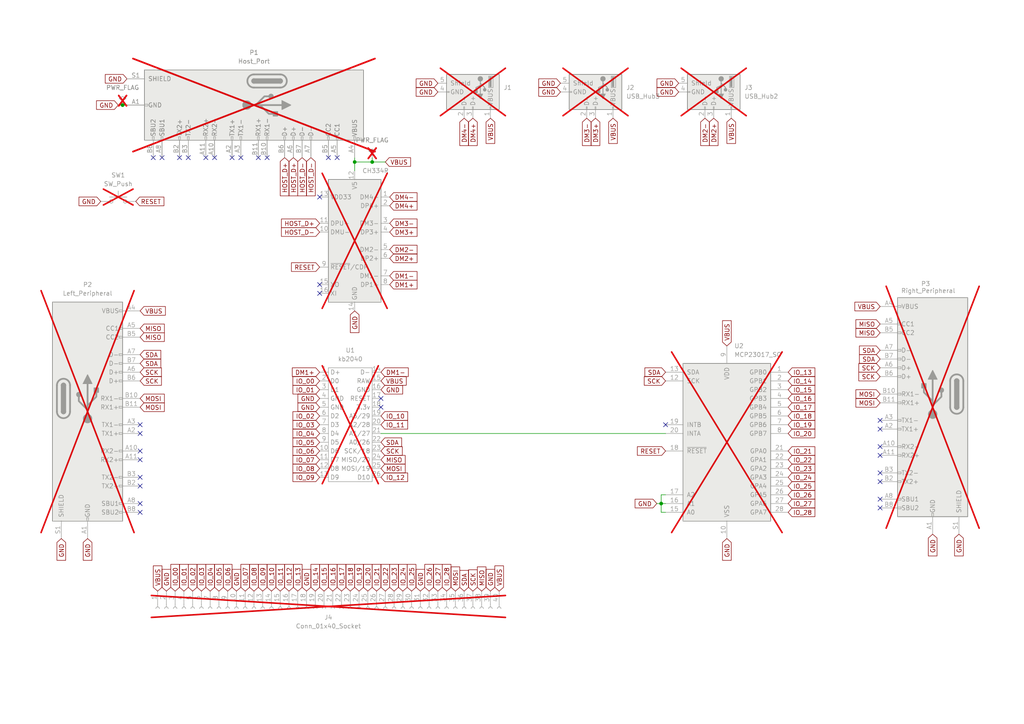
<source format=kicad_sch>
(kicad_sch (version 20250114) (generator "eeschema") (generator_version "9.0")
  (paper "A4")
  (lib_symbols
    (symbol "Connector:Conn_01x40_Socket" (pin_names (offset 1.016) (hide yes))
      (property "Reference" "J" (at 0 50.8 0))
      (property "Value" "Conn_01x40_Socket" (at 0 -53.34 0))
      (symbol "Conn_01x40_Socket_1_1"
        (polyline (pts (xy -1.27 48.26) (xy -0.508 48.26)) (stroke (width 0.1524)))
        (polyline (pts (xy -1.27 45.72) (xy -0.508 45.72)) (stroke (width 0.1524)))
        (polyline (pts (xy -1.27 43.18) (xy -0.508 43.18)) (stroke (width 0.1524)))
        (polyline (pts (xy -1.27 40.64) (xy -0.508 40.64)) (stroke (width 0.1524)))
        (polyline (pts (xy -1.27 38.1) (xy -0.508 38.1)) (stroke (width 0.1524)))
        (polyline (pts (xy -1.27 35.56) (xy -0.508 35.56)) (stroke (width 0.1524)))
        (polyline (pts (xy -1.27 33.02) (xy -0.508 33.02)) (stroke (width 0.1524)))
        (polyline (pts (xy -1.27 30.48) (xy -0.508 30.48)) (stroke (width 0.1524)))
        (polyline (pts (xy -1.27 27.94) (xy -0.508 27.94)) (stroke (width 0.1524)))
        (polyline (pts (xy -1.27 25.4) (xy -0.508 25.4)) (stroke (width 0.1524)))
        (polyline (pts (xy -1.27 22.86) (xy -0.508 22.86)) (stroke (width 0.1524)))
        (polyline (pts (xy -1.27 20.32) (xy -0.508 20.32)) (stroke (width 0.1524)))
        (polyline (pts (xy -1.27 17.78) (xy -0.508 17.78)) (stroke (width 0.1524)))
        (polyline (pts (xy -1.27 15.24) (xy -0.508 15.24)) (stroke (width 0.1524)))
        (polyline (pts (xy -1.27 12.7) (xy -0.508 12.7)) (stroke (width 0.1524)))
        (polyline (pts (xy -1.27 10.16) (xy -0.508 10.16)) (stroke (width 0.1524)))
        (polyline (pts (xy -1.27 7.62) (xy -0.508 7.62)) (stroke (width 0.1524)))
        (polyline (pts (xy -1.27 5.08) (xy -0.508 5.08)) (stroke (width 0.1524)))
        (polyline (pts (xy -1.27 2.54) (xy -0.508 2.54)) (stroke (width 0.1524)))
        (polyline (pts (xy -1.27 0) (xy -0.508 0)) (stroke (width 0.1524)))
        (polyline (pts (xy -1.27 -2.54) (xy -0.508 -2.54)) (stroke (width 0.1524)))
        (polyline (pts (xy -1.27 -5.08) (xy -0.508 -5.08)) (stroke (width 0.1524)))
        (polyline (pts (xy -1.27 -7.62) (xy -0.508 -7.62)) (stroke (width 0.1524)))
        (polyline (pts (xy -1.27 -10.16) (xy -0.508 -10.16)) (stroke (width 0.1524)))
        (polyline (pts (xy -1.27 -12.7) (xy -0.508 -12.7)) (stroke (width 0.1524)))
        (polyline (pts (xy -1.27 -15.24) (xy -0.508 -15.24)) (stroke (width 0.1524)))
        (polyline (pts (xy -1.27 -17.78) (xy -0.508 -17.78)) (stroke (width 0.1524)))
        (polyline (pts (xy -1.27 -20.32) (xy -0.508 -20.32)) (stroke (width 0.1524)))
        (polyline (pts (xy -1.27 -22.86) (xy -0.508 -22.86)) (stroke (width 0.1524)))
        (polyline (pts (xy -1.27 -25.4) (xy -0.508 -25.4)) (stroke (width 0.1524)))
        (polyline (pts (xy -1.27 -27.94) (xy -0.508 -27.94)) (stroke (width 0.1524)))
        (polyline (pts (xy -1.27 -30.48) (xy -0.508 -30.48)) (stroke (width 0.1524)))
        (polyline (pts (xy -1.27 -33.02) (xy -0.508 -33.02)) (stroke (width 0.1524)))
        (polyline (pts (xy -1.27 -35.56) (xy -0.508 -35.56)) (stroke (width 0.1524)))
        (polyline (pts (xy -1.27 -38.1) (xy -0.508 -38.1)) (stroke (width 0.1524)))
        (polyline (pts (xy -1.27 -40.64) (xy -0.508 -40.64)) (stroke (width 0.1524)))
        (polyline (pts (xy -1.27 -43.18) (xy -0.508 -43.18)) (stroke (width 0.1524)))
        (polyline (pts (xy -1.27 -45.72) (xy -0.508 -45.72)) (stroke (width 0.1524)))
        (polyline (pts (xy -1.27 -48.26) (xy -0.508 -48.26)) (stroke (width 0.1524)))
        (polyline (pts (xy -1.27 -50.8) (xy -0.508 -50.8)) (stroke (width 0.1524)))
        (arc (start 0 47.752) (mid -0.5058 48.26) (end 0 48.768) (stroke (width 0.1524)))
        (arc (start 0 45.212) (mid -0.5058 45.72) (end 0 46.228) (stroke (width 0.1524)))
        (arc (start 0 42.672) (mid -0.5058 43.18) (end 0 43.688) (stroke (width 0.1524)))
        (arc (start 0 40.132) (mid -0.5058 40.64) (end 0 41.148) (stroke (width 0.1524)))
        (arc (start 0 37.592) (mid -0.5058 38.1) (end 0 38.608) (stroke (width 0.1524)))
        (arc (start 0 35.052) (mid -0.5058 35.56) (end 0 36.068) (stroke (width 0.1524)))
        (arc (start 0 32.512) (mid -0.5058 33.02) (end 0 33.528) (stroke (width 0.1524)))
        (arc (start 0 29.972) (mid -0.5058 30.48) (end 0 30.988) (stroke (width 0.1524)))
        (arc (start 0 27.432) (mid -0.5058 27.94) (end 0 28.448) (stroke (width 0.1524)))
        (arc (start 0 24.892) (mid -0.5058 25.4) (end 0 25.908) (stroke (width 0.1524)))
        (arc (start 0 22.352) (mid -0.5058 22.86) (end 0 23.368) (stroke (width 0.1524)))
        (arc (start 0 19.812) (mid -0.5058 20.32) (end 0 20.828) (stroke (width 0.1524)))
        (arc (start 0 17.272) (mid -0.5058 17.78) (end 0 18.288) (stroke (width 0.1524)))
        (arc (start 0 14.732) (mid -0.5058 15.24) (end 0 15.748) (stroke (width 0.1524)))
        (arc (start 0 12.192) (mid -0.5058 12.7) (end 0 13.208) (stroke (width 0.1524)))
        (arc (start 0 9.652) (mid -0.5058 10.16) (end 0 10.668) (stroke (width 0.1524)))
        (arc (start 0 7.112) (mid -0.5058 7.62) (end 0 8.128) (stroke (width 0.1524)))
        (arc (start 0 4.572) (mid -0.5058 5.08) (end 0 5.588) (stroke (width 0.1524)))
        (arc (start 0 2.032) (mid -0.5058 2.54) (end 0 3.048) (stroke (width 0.1524)))
        (arc (start 0 -0.508) (mid -0.5058 0) (end 0 0.508) (stroke (width 0.1524)))
        (arc (start 0 -3.048) (mid -0.5058 -2.54) (end 0 -2.032) (stroke (width 0.1524)))
        (arc (start 0 -5.588) (mid -0.5058 -5.08) (end 0 -4.572) (stroke (width 0.1524)))
        (arc (start 0 -8.128) (mid -0.5058 -7.62) (end 0 -7.112) (stroke (width 0.1524)))
        (arc (start 0 -10.668) (mid -0.5058 -10.16) (end 0 -9.652) (stroke (width 0.1524)))
        (arc (start 0 -13.208) (mid -0.5058 -12.7) (end 0 -12.192) (stroke (width 0.1524)))
        (arc (start 0 -15.748) (mid -0.5058 -15.24) (end 0 -14.732) (stroke (width 0.1524)))
        (arc (start 0 -18.288) (mid -0.5058 -17.78) (end 0 -17.272) (stroke (width 0.1524)))
        (arc (start 0 -20.828) (mid -0.5058 -20.32) (end 0 -19.812) (stroke (width 0.1524)))
        (arc (start 0 -23.368) (mid -0.5058 -22.86) (end 0 -22.352) (stroke (width 0.1524)))
        (arc (start 0 -25.908) (mid -0.5058 -25.4) (end 0 -24.892) (stroke (width 0.1524)))
        (arc (start 0 -28.448) (mid -0.5058 -27.94) (end 0 -27.432) (stroke (width 0.1524)))
        (arc (start 0 -30.988) (mid -0.5058 -30.48) (end 0 -29.972) (stroke (width 0.1524)))
        (arc (start 0 -33.528) (mid -0.5058 -33.02) (end 0 -32.512) (stroke (width 0.1524)))
        (arc (start 0 -36.068) (mid -0.5058 -35.56) (end 0 -35.052) (stroke (width 0.1524)))
        (arc (start 0 -38.608) (mid -0.5058 -38.1) (end 0 -37.592) (stroke (width 0.1524)))
        (arc (start 0 -41.148) (mid -0.5058 -40.64) (end 0 -40.132) (stroke (width 0.1524)))
        (arc (start 0 -43.688) (mid -0.5058 -43.18) (end 0 -42.672) (stroke (width 0.1524)))
        (arc (start 0 -46.228) (mid -0.5058 -45.72) (end 0 -45.212) (stroke (width 0.1524)))
        (arc (start 0 -48.768) (mid -0.5058 -48.26) (end 0 -47.752) (stroke (width 0.1524)))
        (arc (start 0 -51.308) (mid -0.5058 -50.8) (end 0 -50.292) (stroke (width 0.1524)))
        (pin passive line (at -5.08 48.26 0) (length 3.81) (name "Pin_1") (number "1"))
        (pin passive line (at -5.08 45.72 0) (length 3.81) (name "Pin_2") (number "2"))
        (pin passive line (at -5.08 43.18 0) (length 3.81) (name "Pin_3") (number "3"))
        (pin passive line (at -5.08 40.64 0) (length 3.81) (name "Pin_4") (number "4"))
        (pin passive line (at -5.08 38.1 0) (length 3.81) (name "Pin_5") (number "5"))
        (pin passive line (at -5.08 35.56 0) (length 3.81) (name "Pin_6") (number "6"))
        (pin passive line (at -5.08 33.02 0) (length 3.81) (name "Pin_7") (number "7"))
        (pin passive line (at -5.08 30.48 0) (length 3.81) (name "Pin_8") (number "8"))
        (pin passive line (at -5.08 27.94 0) (length 3.81) (name "Pin_9") (number "9"))
        (pin passive line (at -5.08 25.4 0) (length 3.81) (name "Pin_10") (number "10"))
        (pin passive line (at -5.08 22.86 0) (length 3.81) (name "Pin_11") (number "11"))
        (pin passive line (at -5.08 20.32 0) (length 3.81) (name "Pin_12") (number "12"))
        (pin passive line (at -5.08 17.78 0) (length 3.81) (name "Pin_13") (number "13"))
        (pin passive line (at -5.08 15.24 0) (length 3.81) (name "Pin_14") (number "14"))
        (pin passive line (at -5.08 12.7 0) (length 3.81) (name "Pin_15") (number "15"))
        (pin passive line (at -5.08 10.16 0) (length 3.81) (name "Pin_16") (number "16"))
        (pin passive line (at -5.08 7.62 0) (length 3.81) (name "Pin_17") (number "17"))
        (pin passive line (at -5.08 5.08 0) (length 3.81) (name "Pin_18") (number "18"))
        (pin passive line (at -5.08 2.54 0) (length 3.81) (name "Pin_19") (number "19"))
        (pin passive line (at -5.08 0 0) (length 3.81) (name "Pin_20") (number "20"))
        (pin passive line (at -5.08 -2.54 0) (length 3.81) (name "Pin_21") (number "21"))
        (pin passive line (at -5.08 -5.08 0) (length 3.81) (name "Pin_22") (number "22"))
        (pin passive line (at -5.08 -7.62 0) (length 3.81) (name "Pin_23") (number "23"))
        (pin passive line (at -5.08 -10.16 0) (length 3.81) (name "Pin_24") (number "24"))
        (pin passive line (at -5.08 -12.7 0) (length 3.81) (name "Pin_25") (number "25"))
        (pin passive line (at -5.08 -15.24 0) (length 3.81) (name "Pin_26") (number "26"))
        (pin passive line (at -5.08 -17.78 0) (length 3.81) (name "Pin_27") (number "27"))
        (pin passive line (at -5.08 -20.32 0) (length 3.81) (name "Pin_28") (number "28"))
        (pin passive line (at -5.08 -22.86 0) (length 3.81) (name "Pin_29") (number "29"))
        (pin passive line (at -5.08 -25.4 0) (length 3.81) (name "Pin_30") (number "30"))
        (pin passive line (at -5.08 -27.94 0) (length 3.81) (name "Pin_31") (number "31"))
        (pin passive line (at -5.08 -30.48 0) (length 3.81) (name "Pin_32") (number "32"))
        (pin passive line (at -5.08 -33.02 0) (length 3.81) (name "Pin_33") (number "33"))
        (pin passive line (at -5.08 -35.56 0) (length 3.81) (name "Pin_34") (number "34"))
        (pin passive line (at -5.08 -38.1 0) (length 3.81) (name "Pin_35") (number "35"))
        (pin passive line (at -5.08 -40.64 0) (length 3.81) (name "Pin_36") (number "36"))
        (pin passive line (at -5.08 -43.18 0) (length 3.81) (name "Pin_37") (number "37"))
        (pin passive line (at -5.08 -45.72 0) (length 3.81) (name "Pin_38") (number "38"))
        (pin passive line (at -5.08 -48.26 0) (length 3.81) (name "Pin_39") (number "39"))
        (pin passive line (at -5.08 -50.8 0) (length 3.81) (name "Pin_40") (number "40"))
      )
    )
    (symbol "Connector:USB_A" (pin_names (offset 1.016))
      (property "Reference" "J" (at -5.08 11.43 0))
      (property "Value" "USB_A" (at -5.08 8.89 0))
      (symbol "USB_A_0_1"
        (rectangle (start -5.08 -7.62) (end 5.08 7.62) (stroke (width 0.254)) (fill (type background)))
        (circle (center -3.81 2.159) (radius 0.635) (stroke (width 0.254)) (fill (type outline)))
        (polyline (pts (xy -3.175 2.159) (xy -2.54 2.159) (xy -1.27 3.429) (xy -0.635 3.429)) (stroke (width 0.254)))
        (polyline (pts (xy -2.54 2.159) (xy -1.905 2.159) (xy -1.27 0.889) (xy 0 0.889)) (stroke (width 0.254)))
        (rectangle (start -1.524 4.826) (end -4.318 5.334) (fill (type outline)))
        (rectangle (start -1.27 4.572) (end -4.572 5.842))
        (circle (center -0.635 3.429) (radius 0.381) (stroke (width 0.254)) (fill (type outline)))
        (rectangle (start -0.127 -7.62) (end 0.127 -6.858))
        (rectangle (start 0.254 1.27) (end -0.508 0.508) (stroke (width 0.254)) (fill (type outline)))
        (polyline (pts (xy 0.635 2.794) (xy 0.635 1.524) (xy 1.905 2.159) (xy 0.635 2.794)) (stroke (width 0.254)) (fill (type outline)))
        (rectangle (start 5.08 4.953) (end 4.318 5.207))
        (rectangle (start 5.08 -0.127) (end 4.318 0.127))
        (rectangle (start 5.08 -2.667) (end 4.318 -2.413))
      )
      (symbol "USB_A_1_1"
        (polyline (pts (xy -1.905 2.159) (xy 0.635 2.159)) (stroke (width 0.254)))
        (pin passive line (at -2.54 -10.16 90) (length 2.54) (name "Shield") (number "5"))
        (pin power_in line (at 0 -10.16 90) (length 2.54) (name "GND") (number "4"))
        (pin power_in line (at 7.62 5.08 180) (length 2.54) (name "VBUS") (number "1"))
        (pin bidirectional line (at 7.62 0 180) (length 2.54) (name "D+") (number "3"))
        (pin bidirectional line (at 7.62 -2.54 180) (length 2.54) (name "D-") (number "2"))
      )
    )
    (symbol "Connector:USB_C_Receptacle" (pin_names (offset 1.016))
      (property "Reference" "J" (at -10.16 29.21 0))
      (property "Value" "USB_C_Receptacle" (at 10.16 29.21 0))
      (symbol "USB_C_Receptacle_0_0"
        (rectangle (start -0.254 -35.56) (end 0.254 -34.544))
        (rectangle (start 10.16 25.654) (end 9.144 25.146))
        (rectangle (start 10.16 20.574) (end 9.144 20.066))
        (rectangle (start 10.16 18.034) (end 9.144 17.526))
        (rectangle (start 10.16 12.954) (end 9.144 12.446))
        (rectangle (start 10.16 10.414) (end 9.144 9.906))
        (rectangle (start 10.16 7.874) (end 9.144 7.366))
        (rectangle (start 10.16 5.334) (end 9.144 4.826))
        (rectangle (start 10.16 0.254) (end 9.144 -0.254))
        (rectangle (start 10.16 -2.286) (end 9.144 -2.794))
        (rectangle (start 10.16 -7.366) (end 9.144 -7.874))
        (rectangle (start 10.16 -9.906) (end 9.144 -10.414))
        (rectangle (start 10.16 -14.986) (end 9.144 -15.494))
        (rectangle (start 10.16 -17.526) (end 9.144 -18.034))
        (rectangle (start 10.16 -22.606) (end 9.144 -23.114))
        (rectangle (start 10.16 -25.146) (end 9.144 -25.654))
        (rectangle (start 10.16 -30.226) (end 9.144 -30.734))
        (rectangle (start 10.16 -32.766) (end 9.144 -33.274))
      )
      (symbol "USB_C_Receptacle_0_1"
        (rectangle (start -10.16 27.94) (end 10.16 -35.56) (stroke (width 0.254)) (fill (type background)))
        (polyline (pts (xy -8.89 -3.81) (xy -8.89 3.81)) (stroke (width 0.508)))
        (rectangle (start -7.62 -3.81) (end -6.35 3.81) (stroke (width 0.254)) (fill (type outline)))
        (arc (start -7.62 3.81) (mid -6.985 4.4423) (end -6.35 3.81) (stroke (width 0.254)))
        (arc (start -7.62 3.81) (mid -6.985 4.4423) (end -6.35 3.81) (stroke (width 0.254)) (fill (type outline)))
        (arc (start -8.89 3.81) (mid -6.985 5.7067) (end -5.08 3.81) (stroke (width 0.508)))
        (arc (start -5.08 -3.81) (mid -6.985 -5.7067) (end -8.89 -3.81) (stroke (width 0.508)))
        (arc (start -6.35 -3.81) (mid -6.985 -4.4423) (end -7.62 -3.81) (stroke (width 0.254)))
        (arc (start -6.35 -3.81) (mid -6.985 -4.4423) (end -7.62 -3.81) (stroke (width 0.254)) (fill (type outline)))
        (polyline (pts (xy -5.08 3.81) (xy -5.08 -3.81)) (stroke (width 0.508)))
      )
      (symbol "USB_C_Receptacle_1_1"
        (circle (center -2.54 1.143) (radius 0.635) (stroke (width 0.254)) (fill (type outline)))
        (polyline (pts (xy -1.27 4.318) (xy 0 6.858) (xy 1.27 4.318) (xy -1.27 4.318)) (stroke (width 0.254)) (fill (type outline)))
        (polyline (pts (xy 0 -2.032) (xy 2.54 0.508) (xy 2.54 1.778)) (stroke (width 0.508)))
        (polyline (pts (xy 0 -3.302) (xy -2.54 -0.762) (xy -2.54 0.508)) (stroke (width 0.508)))
        (polyline (pts (xy 0 -5.842) (xy 0 4.318)) (stroke (width 0.508)))
        (circle (center 0 -5.842) (radius 1.27) (fill (type outline)))
        (rectangle (start 1.905 1.778) (end 3.175 3.048) (stroke (width 0.254)) (fill (type outline)))
        (pin passive line (at -7.62 -40.64 90) (length 5.08) (name "SHIELD") (number "S1"))
        (pin passive line (at 0 -40.64 90) (length 5.08) (name "GND") (number "A1"))
        (pin passive line (at 0 -40.64 90) (length 5.08) (hide yes) (name "GND") (number "A12"))
        (pin passive line (at 0 -40.64 90) (length 5.08) (hide yes) (name "GND") (number "B1"))
        (pin passive line (at 0 -40.64 90) (length 5.08) (hide yes) (name "GND") (number "B12"))
        (pin passive line (at 15.24 25.4 180) (length 5.08) (name "VBUS") (number "A4"))
        (pin passive line (at 15.24 25.4 180) (length 5.08) (hide yes) (name "VBUS") (number "A9"))
        (pin passive line (at 15.24 25.4 180) (length 5.08) (hide yes) (name "VBUS") (number "B4"))
        (pin passive line (at 15.24 25.4 180) (length 5.08) (hide yes) (name "VBUS") (number "B9"))
        (pin bidirectional line (at 15.24 20.32 180) (length 5.08) (name "CC1") (number "A5"))
        (pin bidirectional line (at 15.24 17.78 180) (length 5.08) (name "CC2") (number "B5"))
        (pin bidirectional line (at 15.24 12.7 180) (length 5.08) (name "D-") (number "A7"))
        (pin bidirectional line (at 15.24 10.16 180) (length 5.08) (name "D-") (number "B7"))
        (pin bidirectional line (at 15.24 7.62 180) (length 5.08) (name "D+") (number "A6"))
        (pin bidirectional line (at 15.24 5.08 180) (length 5.08) (name "D+") (number "B6"))
        (pin bidirectional line (at 15.24 0 180) (length 5.08) (name "RX1-") (number "B10"))
        (pin bidirectional line (at 15.24 -2.54 180) (length 5.08) (name "RX1+") (number "B11"))
        (pin bidirectional line (at 15.24 -7.62 180) (length 5.08) (name "TX1-") (number "A3"))
        (pin bidirectional line (at 15.24 -10.16 180) (length 5.08) (name "TX1+") (number "A2"))
        (pin bidirectional line (at 15.24 -15.24 180) (length 5.08) (name "RX2-") (number "A10"))
        (pin bidirectional line (at 15.24 -17.78 180) (length 5.08) (name "RX2+") (number "A11"))
        (pin bidirectional line (at 15.24 -22.86 180) (length 5.08) (name "TX2-") (number "B3"))
        (pin bidirectional line (at 15.24 -25.4 180) (length 5.08) (name "TX2+") (number "B2"))
        (pin bidirectional line (at 15.24 -30.48 180) (length 5.08) (name "SBU1") (number "A8"))
        (pin bidirectional line (at 15.24 -33.02 180) (length 5.08) (name "SBU2") (number "B8"))
      )
    )
    (symbol "Interface_Expansion:MCP23017_SO" (pin_names (offset 1.016))
      (property "Reference" "U" (at -11.43 24.13 0))
      (property "Value" "MCP23017_SO" (at 0 0 0))
      (symbol "MCP23017_SO_0_1"
        (rectangle (start -12.7 22.86) (end 12.7 -22.86) (stroke (width 0.254)) (fill (type background)))
      )
      (symbol "MCP23017_SO_1_1"
        (pin bidirectional line (at -17.78 20.32 0) (length 5.08) (name "SDA") (number "13"))
        (pin input line (at -17.78 17.78 0) (length 5.08) (name "SCK") (number "12"))
        (pin tri_state line (at -17.78 5.08 0) (length 5.08) (name "INTB") (number "19"))
        (pin tri_state line (at -17.78 2.54 0) (length 5.08) (name "INTA") (number "20"))
        (pin input line (at -17.78 -2.54 0) (length 5.08) (name "~{RESET}") (number "18"))
        (pin input line (at -17.78 -15.24 0) (length 5.08) (name "A2") (number "17"))
        (pin input line (at -17.78 -17.78 0) (length 5.08) (name "A1") (number "16"))
        (pin input line (at -17.78 -20.32 0) (length 5.08) (name "A0") (number "15"))
        (pin no_connect line (at -12.7 15.24 0) (length 5.08) (hide yes) (name "NC") (number "11"))
        (pin no_connect line (at -12.7 12.7 0) (length 5.08) (hide yes) (name "NC") (number "14"))
        (pin power_in line (at 0 27.94 270) (length 5.08) (name "VDD") (number "9"))
        (pin power_in line (at 0 -27.94 90) (length 5.08) (name "VSS") (number "10"))
        (pin bidirectional line (at 17.78 20.32 180) (length 5.08) (name "GPB0") (number "1"))
        (pin bidirectional line (at 17.78 17.78 180) (length 5.08) (name "GPB1") (number "2"))
        (pin bidirectional line (at 17.78 15.24 180) (length 5.08) (name "GPB2") (number "3"))
        (pin bidirectional line (at 17.78 12.7 180) (length 5.08) (name "GPB3") (number "4"))
        (pin bidirectional line (at 17.78 10.16 180) (length 5.08) (name "GPB4") (number "5"))
        (pin bidirectional line (at 17.78 7.62 180) (length 5.08) (name "GPB5") (number "6"))
        (pin bidirectional line (at 17.78 5.08 180) (length 5.08) (name "GPB6") (number "7"))
        (pin output line (at 17.78 2.54 180) (length 5.08) (name "GPB7") (number "8"))
        (pin bidirectional line (at 17.78 -2.54 180) (length 5.08) (name "GPA0") (number "21"))
        (pin bidirectional line (at 17.78 -5.08 180) (length 5.08) (name "GPA1") (number "22"))
        (pin bidirectional line (at 17.78 -7.62 180) (length 5.08) (name "GPA2") (number "23"))
        (pin bidirectional line (at 17.78 -10.16 180) (length 5.08) (name "GPA3") (number "24"))
        (pin bidirectional line (at 17.78 -12.7 180) (length 5.08) (name "GPA4") (number "25"))
        (pin bidirectional line (at 17.78 -15.24 180) (length 5.08) (name "GPA5") (number "26"))
        (pin bidirectional line (at 17.78 -17.78 180) (length 5.08) (name "GPA6") (number "27"))
        (pin output line (at 17.78 -20.32 180) (length 5.08) (name "GPA7") (number "28"))
      )
    )
    (symbol "Interface_USB:CH334R"
      (property "Reference" "U" (at -7.62 20.32 0))
      (property "Value" "CH334R" (at 2.54 20.32 0))
      (symbol "CH334R_0_1"
        (rectangle (start -7.62 17.78) (end 7.62 -17.78) (stroke (width 0.254)) (fill (type background)))
      )
      (symbol "CH334R_1_1"
        (pin passive line (at -10.16 12.7 0) (length 2.54) (name "VDD33") (number "13"))
        (pin bidirectional line (at -10.16 5.08 0) (length 2.54) (name "DPU+") (number "11"))
        (pin bidirectional line (at -10.16 2.54 0) (length 2.54) (name "DMU-") (number "10"))
        (pin input line (at -10.16 -7.62 0) (length 2.54) (name "~{RESET}/CDP") (number "9"))
        (pin passive line (at -10.16 -12.7 0) (length 2.54) (name "XO") (number "15"))
        (pin passive line (at -10.16 -15.24 0) (length 2.54) (name "XI") (number "16"))
        (pin power_in line (at 0 20.32 270) (length 2.54) (name "V5") (number "12"))
        (pin power_in line (at 0 -20.32 90) (length 2.54) (name "GND") (number "14"))
        (pin bidirectional line (at 10.16 12.7 180) (length 2.54) (name "DM4-") (number "1"))
        (pin bidirectional line (at 10.16 10.16 180) (length 2.54) (name "DP4+") (number "2"))
        (pin bidirectional line (at 10.16 5.08 180) (length 2.54) (name "DM3-") (number "3"))
        (pin bidirectional line (at 10.16 2.54 180) (length 2.54) (name "DP3+") (number "4"))
        (pin bidirectional line (at 10.16 -2.54 180) (length 2.54) (name "DM2-") (number "5"))
        (pin bidirectional line (at 10.16 -5.08 180) (length 2.54) (name "DP2+") (number "6"))
        (pin bidirectional line (at 10.16 -10.16 180) (length 2.54) (name "DM1-") (number "7"))
        (pin bidirectional line (at 10.16 -12.7 180) (length 2.54) (name "DP1+") (number "8"))
      )
    )
    (symbol "Switch:SW_Push" (pin_numbers (hide yes)) (pin_names (offset 1.016) (hide yes))
      (property "Reference" "SW" (at 1.27 2.54 0))
      (property "Value" "SW_Push" (at 0 -1.524 0))
      (symbol "SW_Push_0_1"
        (circle (center -2.032 0) (radius 0.508))
        (polyline (pts (xy 0 1.27) (xy 0 3.048)))
        (circle (center 2.032 0) (radius 0.508))
        (polyline (pts (xy 2.54 1.27) (xy -2.54 1.27)))
        (pin passive line (at -5.08 0 0) (length 2.54) (name "1") (number "1"))
        (pin passive line (at 5.08 0 180) (length 2.54) (name "2") (number "2"))
      )
    )
    (symbol "kb2040:kb2040"
      (property "Reference" "U" (at 0 0 0))
      (property "Value" "kb2040" (at 0 -2.54 0))
      (property "Footprint" "kb2040" (at 0 0 0))
      (symbol "kb2040_0_1"
        (rectangle (start 0 -3.81) (end 12.7 -36.83) (stroke (width 0.1524)))
      )
      (symbol "kb2040_1_1"
        (pin bidirectional line (at -2.54 -5.08 0) (length 2.54) (name "D+") (number "1"))
        (pin bidirectional line (at -2.54 -7.62 0) (length 2.54) (name "D0") (number "2"))
        (pin bidirectional line (at -2.54 -10.16 0) (length 2.54) (name "D1") (number "3"))
        (pin bidirectional line (at -2.54 -12.7 0) (length 2.54) (name "GND") (number "4"))
        (pin bidirectional line (at -2.54 -15.24 0) (length 2.54) (name "GND") (number "5"))
        (pin bidirectional line (at -2.54 -17.78 0) (length 2.54) (name "D2") (number "6"))
        (pin bidirectional line (at -2.54 -20.32 0) (length 2.54) (name "D3") (number "7"))
        (pin bidirectional line (at -2.54 -22.86 0) (length 2.54) (name "D4") (number "8"))
        (pin bidirectional line (at -2.54 -25.4 0) (length 2.54) (name "D5") (number "9"))
        (pin bidirectional line (at -2.54 -27.94 0) (length 2.54) (name "D6") (number "10"))
        (pin bidirectional line (at -2.54 -30.48 0) (length 2.54) (name "D7") (number "11"))
        (pin bidirectional line (at -2.54 -33.02 0) (length 2.54) (name "D8") (number "12"))
        (pin bidirectional line (at -2.54 -35.56 0) (length 2.54) (name "D9") (number "13"))
        (pin bidirectional line (at 15.24 -5.08 180) (length 2.54) (name "D-") (number "14"))
        (pin bidirectional line (at 15.24 -7.62 180) (length 2.54) (name "RAW") (number "15"))
        (pin bidirectional line (at 15.24 -10.16 180) (length 2.54) (name "GND") (number "16"))
        (pin bidirectional line (at 15.24 -12.7 180) (length 2.54) (name "RESET") (number "17"))
        (pin bidirectional line (at 15.24 -15.24 180) (length 2.54) (name "3.3v") (number "18"))
        (pin bidirectional line (at 15.24 -17.78 180) (length 2.54) (name "A3/29") (number "19"))
        (pin bidirectional line (at 15.24 -20.32 180) (length 2.54) (name "A2/28") (number "20"))
        (pin bidirectional line (at 15.24 -22.86 180) (length 2.54) (name "A1/27") (number "21"))
        (pin bidirectional line (at 15.24 -25.4 180) (length 2.54) (name "A0/26") (number "22"))
        (pin bidirectional line (at 15.24 -27.94 180) (length 2.54) (name "SCK/18") (number "23"))
        (pin bidirectional line (at 15.24 -30.48 180) (length 2.54) (name "MISO/20") (number "24"))
        (pin bidirectional line (at 15.24 -33.02 180) (length 2.54) (name "MOSI/19") (number "25"))
        (pin bidirectional line (at 15.24 -35.56 180) (length 2.54) (name "D10") (number "26"))
      )
    )
    (symbol "power:PWR_FLAG" (power) (pin_numbers (hide yes)) (pin_names (offset 0) (hide yes))
      (property "Value" "PWR_FLAG" (at 0 3.81 0))
      (symbol "PWR_FLAG_0_0"
        (pin power_out line (at 0 0 90) (length 0) (name "~") (number "1"))
      )
      (symbol "PWR_FLAG_0_1"
        (polyline (pts (xy 0 0) (xy 0 1.27) (xy -1.016 1.905) (xy 0 2.54) (xy 1.016 1.905) (xy 0 1.27)))
      )
    )
  )
  (junction (at 107.95 46.99))
  (junction (at 35.56 30.48))
  (junction (at 191.77 146.05))
  (junction (at 102.87 46.99))
  (no_connect (at 40.64 123.19))
  (no_connect (at 92.71 85.09))
  (no_connect (at 110.49 115.57))
  (no_connect (at 97.79 45.72))
  (no_connect (at 52.07 45.72))
  (no_connect (at 110.49 118.11))
  (no_connect (at 255.27 147.32))
  (no_connect (at 40.64 138.43))
  (no_connect (at 40.64 140.97))
  (no_connect (at 59.69 45.72))
  (no_connect (at 46.99 45.72))
  (no_connect (at 255.27 124.46))
  (no_connect (at 92.71 82.55))
  (no_connect (at 255.27 144.78))
  (no_connect (at 92.71 57.15))
  (no_connect (at 255.27 139.7))
  (no_connect (at 69.85 45.72))
  (no_connect (at 67.31 45.72))
  (no_connect (at 255.27 121.92))
  (no_connect (at 40.64 133.35))
  (no_connect (at 40.64 146.05))
  (no_connect (at 44.45 45.72))
  (no_connect (at 255.27 132.08))
  (no_connect (at 62.23 45.72))
  (no_connect (at 40.64 125.73))
  (no_connect (at 255.27 137.16))
  (no_connect (at 40.64 148.59))
  (no_connect (at 77.47 45.72))
  (no_connect (at 74.93 45.72))
  (no_connect (at 193.04 123.19))
  (no_connect (at 95.25 45.72))
  (no_connect (at 40.64 130.81))
  (no_connect (at 54.61 45.72))
  (no_connect (at 255.27 129.54))
  (wire (pts (xy 190.5 146.05) (xy 191.77 146.05)))
  (wire (pts (xy 193.04 143.51) (xy 191.77 143.51)))
  (wire (pts (xy 102.87 45.72) (xy 102.87 46.99)))
  (wire (pts (xy 191.77 146.05) (xy 191.77 148.59)))
  (wire (pts (xy 191.77 146.05) (xy 193.04 146.05)))
  (wire (pts (xy 191.77 148.59) (xy 193.04 148.59)))
  (wire (pts (xy 110.49 125.73) (xy 193.04 125.73)))
  (wire (pts (xy 102.87 46.99) (xy 107.95 46.99)))
  (wire (pts (xy 191.77 143.51) (xy 191.77 146.05)))
  (wire (pts (xy 102.87 46.99) (xy 102.87 49.53)))
  (wire (pts (xy 107.95 45.72) (xy 107.95 46.99)))
  (wire (pts (xy 35.56 30.48) (xy 36.83 30.48)))
  (wire (pts (xy 34.29 30.48) (xy 35.56 30.48)))
  (wire (pts (xy 107.95 46.99) (xy 111.76 46.99)))
  (global_label "DM2-" (shape input) (at 113.03 72.39 0) (property "Intersheetrefs" "${INTERSHEET_REFS}" (effects (hide yes))))
  (global_label "RESET" (shape input) (at 193.04 130.81 180) (property "Intersheetrefs" "${INTERSHEET_REFS}" (effects (hide yes))))
  (global_label "SDA" (shape input) (at 193.04 107.95 180) (property "Intersheetrefs" "${INTERSHEET_REFS}" (effects (hide yes))))
  (global_label "IO_12" (shape input) (at 83.82 171.45 90) (property "Intersheetrefs" "${INTERSHEET_REFS}" (effects (hide yes))))
  (global_label "IO_20" (shape input) (at 228.6 125.73 0) (property "Intersheetrefs" "${INTERSHEET_REFS}" (effects (hide yes))))
  (global_label "IO_24" (shape input) (at 116.84 171.45 90) (property "Intersheetrefs" "${INTERSHEET_REFS}" (effects (hide yes))))
  (global_label "SCK" (shape input) (at 110.49 130.81 0) (property "Intersheetrefs" "${INTERSHEET_REFS}" (effects (hide yes))))
  (global_label "SDA" (shape input) (at 134.62 171.45 90) (property "Intersheetrefs" "${INTERSHEET_REFS}" (effects (hide yes))))
  (global_label "DM3-" (shape input) (at 170.18 34.29 270) (property "Intersheetrefs" "${INTERSHEET_REFS}" (effects (hide yes))))
  (global_label "MOSI" (shape input) (at 255.27 116.84 180) (property "Intersheetrefs" "${INTERSHEET_REFS}" (effects (hide yes))))
  (global_label "IO_28" (shape input) (at 228.6 148.59 0) (property "Intersheetrefs" "${INTERSHEET_REFS}" (effects (hide yes))))
  (global_label "IO_27" (shape input) (at 127 171.45 90) (property "Intersheetrefs" "${INTERSHEET_REFS}" (effects (hide yes))))
  (global_label "IO_07" (shape input) (at 71.12 171.45 90) (property "Intersheetrefs" "${INTERSHEET_REFS}" (effects (hide yes))))
  (global_label "DM1+" (shape input) (at 113.03 82.55 0) (property "Intersheetrefs" "${INTERSHEET_REFS}" (effects (hide yes))))
  (global_label "IO_04" (shape input) (at 60.96 171.45 90) (property "Intersheetrefs" "${INTERSHEET_REFS}" (effects (hide yes))))
  (global_label "HOST_D+" (shape input) (at 82.55 45.72 270) (property "Intersheetrefs" "${INTERSHEET_REFS}" (effects (hide yes))))
  (global_label "IO_03" (shape input) (at 92.71 123.19 180) (property "Intersheetrefs" "${INTERSHEET_REFS}" (effects (hide yes))))
  (global_label "IO_19" (shape input) (at 104.14 171.45 90) (property "Intersheetrefs" "${INTERSHEET_REFS}" (effects (hide yes))))
  (global_label "IO_21" (shape input) (at 109.22 171.45 90) (property "Intersheetrefs" "${INTERSHEET_REFS}" (effects (hide yes))))
  (global_label "GND" (shape input) (at 196.85 24.13 180) (property "Intersheetrefs" "${INTERSHEET_REFS}" (effects (hide yes))))
  (global_label "MISO" (shape input) (at 40.64 95.25 0) (property "Intersheetrefs" "${INTERSHEET_REFS}" (effects (hide yes))))
  (global_label "VBUS" (shape input) (at 45.72 171.45 90) (property "Intersheetrefs" "${INTERSHEET_REFS}" (effects (hide yes))))
  (global_label "IO_10" (shape input) (at 110.49 120.65 0) (property "Intersheetrefs" "${INTERSHEET_REFS}" (effects (hide yes))))
  (global_label "VBUS" (shape input) (at 255.27 88.9 180) (property "Intersheetrefs" "${INTERSHEET_REFS}" (effects (hide yes))))
  (global_label "GND" (shape input) (at 25.4 156.21 270) (property "Intersheetrefs" "${INTERSHEET_REFS}" (effects (hide yes))))
  (global_label "MISO" (shape input) (at 139.7 171.45 90) (property "Intersheetrefs" "${INTERSHEET_REFS}" (effects (hide yes))))
  (global_label "IO_24" (shape input) (at 228.6 138.43 0) (property "Intersheetrefs" "${INTERSHEET_REFS}" (effects (hide yes))))
  (global_label "MISO" (shape input) (at 255.27 96.52 180) (property "Intersheetrefs" "${INTERSHEET_REFS}" (effects (hide yes))))
  (global_label "IO_18" (shape input) (at 101.6 171.45 90) (property "Intersheetrefs" "${INTERSHEET_REFS}" (effects (hide yes))))
  (global_label "GND" (shape input) (at 121.92 171.45 90) (property "Intersheetrefs" "${INTERSHEET_REFS}" (effects (hide yes))))
  (global_label "GND" (shape input) (at 48.26 171.45 90) (property "Intersheetrefs" "${INTERSHEET_REFS}" (effects (hide yes))))
  (global_label "IO_16" (shape input) (at 96.52 171.45 90) (property "Intersheetrefs" "${INTERSHEET_REFS}" (effects (hide yes))))
  (global_label "HOST_D-" (shape input) (at 92.71 67.31 180) (property "Intersheetrefs" "${INTERSHEET_REFS}" (effects (hide yes))))
  (global_label "GND" (shape input) (at 142.24 171.45 90) (property "Intersheetrefs" "${INTERSHEET_REFS}" (effects (hide yes))))
  (global_label "IO_26" (shape input) (at 124.46 171.45 90) (property "Intersheetrefs" "${INTERSHEET_REFS}" (effects (hide yes))))
  (global_label "DM2+" (shape input) (at 113.03 74.93 0) (property "Intersheetrefs" "${INTERSHEET_REFS}" (effects (hide yes))))
  (global_label "IO_09" (shape input) (at 92.71 138.43 180) (property "Intersheetrefs" "${INTERSHEET_REFS}" (effects (hide yes))))
  (global_label "IO_11" (shape input) (at 110.49 123.19 0) (property "Intersheetrefs" "${INTERSHEET_REFS}" (effects (hide yes))))
  (global_label "GND" (shape input) (at 36.83 22.86 180) (property "Intersheetrefs" "${INTERSHEET_REFS}" (effects (hide yes))))
  (global_label "VBUS" (shape input) (at 40.64 90.17 0) (property "Intersheetrefs" "${INTERSHEET_REFS}" (effects (hide yes))))
  (global_label "VBUS" (shape input) (at 110.49 110.49 0) (property "Intersheetrefs" "${INTERSHEET_REFS}" (effects (hide yes))))
  (global_label "IO_04" (shape input) (at 92.71 125.73 180) (property "Intersheetrefs" "${INTERSHEET_REFS}" (effects (hide yes))))
  (global_label "GND" (shape input) (at 196.85 26.67 180) (property "Intersheetrefs" "${INTERSHEET_REFS}" (effects (hide yes))))
  (global_label "IO_26" (shape input) (at 228.6 143.51 0) (property "Intersheetrefs" "${INTERSHEET_REFS}" (effects (hide yes))))
  (global_label "SCK" (shape input) (at 193.04 110.49 180) (property "Intersheetrefs" "${INTERSHEET_REFS}" (effects (hide yes))))
  (global_label "MOSI" (shape input) (at 110.49 135.89 0) (property "Intersheetrefs" "${INTERSHEET_REFS}" (effects (hide yes))))
  (global_label "IO_06" (shape input) (at 92.71 130.81 180) (property "Intersheetrefs" "${INTERSHEET_REFS}" (effects (hide yes))))
  (global_label "GND" (shape input) (at 270.51 154.94 270) (property "Intersheetrefs" "${INTERSHEET_REFS}" (effects (hide yes))))
  (global_label "GND" (shape input) (at 210.82 156.21 270) (property "Intersheetrefs" "${INTERSHEET_REFS}" (effects (hide yes))))
  (global_label "IO_13" (shape input) (at 86.36 171.45 90) (property "Intersheetrefs" "${INTERSHEET_REFS}" (effects (hide yes))))
  (global_label "RESET" (shape input) (at 92.71 77.47 180) (property "Intersheetrefs" "${INTERSHEET_REFS}" (effects (hide yes))))
  (global_label "IO_19" (shape input) (at 228.6 123.19 0) (property "Intersheetrefs" "${INTERSHEET_REFS}" (effects (hide yes))))
  (global_label "IO_15" (shape input) (at 228.6 113.03 0) (property "Intersheetrefs" "${INTERSHEET_REFS}" (effects (hide yes))))
  (global_label "HOST_D-" (shape input) (at 90.17 45.72 270) (property "Intersheetrefs" "${INTERSHEET_REFS}" (effects (hide yes))))
  (global_label "GND" (shape input) (at 29.21 58.42 180) (property "Intersheetrefs" "${INTERSHEET_REFS}" (effects (hide yes))))
  (global_label "VBUS" (shape input) (at 144.78 171.45 90) (property "Intersheetrefs" "${INTERSHEET_REFS}" (effects (hide yes))))
  (global_label "VBUS" (shape input) (at 210.82 100.33 90) (property "Intersheetrefs" "${INTERSHEET_REFS}" (effects (hide yes))))
  (global_label "MISO" (shape input) (at 255.27 93.98 180) (property "Intersheetrefs" "${INTERSHEET_REFS}" (effects (hide yes))))
  (global_label "IO_16" (shape input) (at 228.6 115.57 0) (property "Intersheetrefs" "${INTERSHEET_REFS}" (effects (hide yes))))
  (global_label "SCK" (shape input) (at 137.16 171.45 90) (property "Intersheetrefs" "${INTERSHEET_REFS}" (effects (hide yes))))
  (global_label "IO_25" (shape input) (at 119.38 171.45 90) (property "Intersheetrefs" "${INTERSHEET_REFS}" (effects (hide yes))))
  (global_label "SDA" (shape input) (at 255.27 101.6 180) (property "Intersheetrefs" "${INTERSHEET_REFS}" (effects (hide yes))))
  (global_label "SDA" (shape input) (at 255.27 104.14 180) (property "Intersheetrefs" "${INTERSHEET_REFS}" (effects (hide yes))))
  (global_label "IO_14" (shape input) (at 91.44 171.45 90) (property "Intersheetrefs" "${INTERSHEET_REFS}" (effects (hide yes))))
  (global_label "HOST_D+" (shape input) (at 85.09 45.72 270) (property "Intersheetrefs" "${INTERSHEET_REFS}" (effects (hide yes))))
  (global_label "DM1-" (shape input) (at 113.03 80.01 0) (property "Intersheetrefs" "${INTERSHEET_REFS}" (effects (hide yes))))
  (global_label "GND" (shape input) (at 110.49 113.03 0) (property "Intersheetrefs" "${INTERSHEET_REFS}" (effects (hide yes))))
  (global_label "IO_27" (shape input) (at 228.6 146.05 0) (property "Intersheetrefs" "${INTERSHEET_REFS}" (effects (hide yes))))
  (global_label "IO_20" (shape input) (at 106.68 171.45 90) (property "Intersheetrefs" "${INTERSHEET_REFS}" (effects (hide yes))))
  (global_label "GND" (shape input) (at 17.78 156.21 270) (property "Intersheetrefs" "${INTERSHEET_REFS}" (effects (hide yes))))
  (global_label "SDA" (shape input) (at 40.64 105.41 0) (property "Intersheetrefs" "${INTERSHEET_REFS}" (effects (hide yes))))
  (global_label "SCK" (shape input) (at 255.27 106.68 180) (property "Intersheetrefs" "${INTERSHEET_REFS}" (effects (hide yes))))
  (global_label "DM1-" (shape input) (at 110.49 107.95 0) (property "Intersheetrefs" "${INTERSHEET_REFS}" (effects (hide yes))))
  (global_label "VBUS" (shape input) (at 111.76 46.99 0) (property "Intersheetrefs" "${INTERSHEET_REFS}" (effects (hide yes))))
  (global_label "GND" (shape input) (at 92.71 118.11 180) (property "Intersheetrefs" "${INTERSHEET_REFS}" (effects (hide yes))))
  (global_label "IO_01" (shape input) (at 53.34 171.45 90) (property "Intersheetrefs" "${INTERSHEET_REFS}" (effects (hide yes))))
  (global_label "GND" (shape input) (at 68.58 171.45 90) (property "Intersheetrefs" "${INTERSHEET_REFS}" (effects (hide yes))))
  (global_label "MOSI" (shape input) (at 40.64 118.11 0) (property "Intersheetrefs" "${INTERSHEET_REFS}" (effects (hide yes))))
  (global_label "IO_23" (shape input) (at 114.3 171.45 90) (property "Intersheetrefs" "${INTERSHEET_REFS}" (effects (hide yes))))
  (global_label "MOSI" (shape input) (at 132.08 171.45 90) (property "Intersheetrefs" "${INTERSHEET_REFS}" (effects (hide yes))))
  (global_label "HOST_D-" (shape input) (at 87.63 45.72 270) (property "Intersheetrefs" "${INTERSHEET_REFS}" (effects (hide yes))))
  (global_label "GND" (shape input) (at 102.87 90.17 270) (property "Intersheetrefs" "${INTERSHEET_REFS}" (effects (hide yes))))
  (global_label "GND" (shape input) (at 88.9 171.45 90) (property "Intersheetrefs" "${INTERSHEET_REFS}" (effects (hide yes))))
  (global_label "IO_22" (shape input) (at 111.76 171.45 90) (property "Intersheetrefs" "${INTERSHEET_REFS}" (effects (hide yes))))
  (global_label "IO_22" (shape input) (at 228.6 133.35 0) (property "Intersheetrefs" "${INTERSHEET_REFS}" (effects (hide yes))))
  (global_label "MOSI" (shape input) (at 40.64 115.57 0) (property "Intersheetrefs" "${INTERSHEET_REFS}" (effects (hide yes))))
  (global_label "DM4+" (shape input) (at 137.16 34.29 270) (property "Intersheetrefs" "${INTERSHEET_REFS}" (effects (hide yes))))
  (global_label "IO_17" (shape input) (at 228.6 118.11 0) (property "Intersheetrefs" "${INTERSHEET_REFS}" (effects (hide yes))))
  (global_label "IO_14" (shape input) (at 228.6 110.49 0) (property "Intersheetrefs" "${INTERSHEET_REFS}" (effects (hide yes))))
  (global_label "IO_06" (shape input) (at 66.04 171.45 90) (property "Intersheetrefs" "${INTERSHEET_REFS}" (effects (hide yes))))
  (global_label "VBUS" (shape input) (at 177.8 34.29 270) (property "Intersheetrefs" "${INTERSHEET_REFS}" (effects (hide yes))))
  (global_label "IO_00" (shape input) (at 50.8 171.45 90) (property "Intersheetrefs" "${INTERSHEET_REFS}" (effects (hide yes))))
  (global_label "SCK" (shape input) (at 255.27 109.22 180) (property "Intersheetrefs" "${INTERSHEET_REFS}" (effects (hide yes))))
  (global_label "IO_00" (shape input) (at 92.71 110.49 180) (property "Intersheetrefs" "${INTERSHEET_REFS}" (effects (hide yes))))
  (global_label "MOSI" (shape input) (at 255.27 114.3 180) (property "Intersheetrefs" "${INTERSHEET_REFS}" (effects (hide yes))))
  (global_label "MISO" (shape input) (at 110.49 133.35 0) (property "Intersheetrefs" "${INTERSHEET_REFS}" (effects (hide yes))))
  (global_label "IO_10" (shape input) (at 78.74 171.45 90) (property "Intersheetrefs" "${INTERSHEET_REFS}" (effects (hide yes))))
  (global_label "GND" (shape input) (at 190.5 146.05 180) (property "Intersheetrefs" "${INTERSHEET_REFS}" (effects (hide yes))))
  (global_label "IO_23" (shape input) (at 228.6 135.89 0) (property "Intersheetrefs" "${INTERSHEET_REFS}" (effects (hide yes))))
  (global_label "GND" (shape input) (at 162.56 26.67 180) (property "Intersheetrefs" "${INTERSHEET_REFS}" (effects (hide yes))))
  (global_label "GND" (shape input) (at 92.71 115.57 180) (property "Intersheetrefs" "${INTERSHEET_REFS}" (effects (hide yes))))
  (global_label "GND" (shape input) (at 127 26.67 180) (property "Intersheetrefs" "${INTERSHEET_REFS}" (effects (hide yes))))
  (global_label "IO_25" (shape input) (at 228.6 140.97 0) (property "Intersheetrefs" "${INTERSHEET_REFS}" (effects (hide yes))))
  (global_label "IO_09" (shape input) (at 76.2 171.45 90) (property "Intersheetrefs" "${INTERSHEET_REFS}" (effects (hide yes))))
  (global_label "IO_02" (shape input) (at 92.71 120.65 180) (property "Intersheetrefs" "${INTERSHEET_REFS}" (effects (hide yes))))
  (global_label "IO_13" (shape input) (at 228.6 107.95 0) (property "Intersheetrefs" "${INTERSHEET_REFS}" (effects (hide yes))))
  (global_label "DM2-" (shape input) (at 204.47 34.29 270) (property "Intersheetrefs" "${INTERSHEET_REFS}" (effects (hide yes))))
  (global_label "IO_15" (shape input) (at 93.98 171.45 90) (property "Intersheetrefs" "${INTERSHEET_REFS}" (effects (hide yes))))
  (global_label "IO_08" (shape input) (at 92.71 135.89 180) (property "Intersheetrefs" "${INTERSHEET_REFS}" (effects (hide yes))))
  (global_label "IO_12" (shape input) (at 110.49 138.43 0) (property "Intersheetrefs" "${INTERSHEET_REFS}" (effects (hide yes))))
  (global_label "SDA" (shape input) (at 110.49 128.27 0) (property "Intersheetrefs" "${INTERSHEET_REFS}" (effects (hide yes))))
  (global_label "DM3-" (shape input) (at 113.03 64.77 0) (property "Intersheetrefs" "${INTERSHEET_REFS}" (effects (hide yes))))
  (global_label "DM1+" (shape input) (at 92.71 107.95 180) (property "Intersheetrefs" "${INTERSHEET_REFS}" (effects (hide yes))))
  (global_label "VBUS" (shape input) (at 142.24 34.29 270) (property "Intersheetrefs" "${INTERSHEET_REFS}" (effects (hide yes))))
  (global_label "GND" (shape input) (at 278.13 154.94 270) (property "Intersheetrefs" "${INTERSHEET_REFS}" (effects (hide yes))))
  (global_label "MISO" (shape input) (at 40.64 97.79 0) (property "Intersheetrefs" "${INTERSHEET_REFS}" (effects (hide yes))))
  (global_label "IO_17" (shape input) (at 99.06 171.45 90) (property "Intersheetrefs" "${INTERSHEET_REFS}" (effects (hide yes))))
  (global_label "VBUS" (shape input) (at 212.09 34.29 270) (property "Intersheetrefs" "${INTERSHEET_REFS}" (effects (hide yes))))
  (global_label "DM4-" (shape input) (at 113.03 57.15 0) (property "Intersheetrefs" "${INTERSHEET_REFS}" (effects (hide yes))))
  (global_label "DM4+" (shape input) (at 113.03 59.69 0) (property "Intersheetrefs" "${INTERSHEET_REFS}" (effects (hide yes))))
  (global_label "IO_11" (shape input) (at 81.28 171.45 90) (property "Intersheetrefs" "${INTERSHEET_REFS}" (effects (hide yes))))
  (global_label "SDA" (shape input) (at 40.64 102.87 0) (property "Intersheetrefs" "${INTERSHEET_REFS}" (effects (hide yes))))
  (global_label "DM2+" (shape input) (at 207.01 34.29 270) (property "Intersheetrefs" "${INTERSHEET_REFS}" (effects (hide yes))))
  (global_label "DM3+" (shape input) (at 172.72 34.29 270) (property "Intersheetrefs" "${INTERSHEET_REFS}" (effects (hide yes))))
  (global_label "IO_08" (shape input) (at 73.66 171.45 90) (property "Intersheetrefs" "${INTERSHEET_REFS}" (effects (hide yes))))
  (global_label "IO_03" (shape input) (at 58.42 171.45 90) (property "Intersheetrefs" "${INTERSHEET_REFS}" (effects (hide yes))))
  (global_label "GND" (shape input) (at 127 24.13 180) (property "Intersheetrefs" "${INTERSHEET_REFS}" (effects (hide yes))))
  (global_label "IO_28" (shape input) (at 129.54 171.45 90) (property "Intersheetrefs" "${INTERSHEET_REFS}" (effects (hide yes))))
  (global_label "RESET" (shape input) (at 39.37 58.42 0) (property "Intersheetrefs" "${INTERSHEET_REFS}" (effects (hide yes))))
  (global_label "IO_02" (shape input) (at 55.88 171.45 90) (property "Intersheetrefs" "${INTERSHEET_REFS}" (effects (hide yes))))
  (global_label "DM4-" (shape input) (at 134.62 34.29 270) (property "Intersheetrefs" "${INTERSHEET_REFS}" (effects (hide yes))))
  (global_label "SCK" (shape input) (at 40.64 107.95 0) (property "Intersheetrefs" "${INTERSHEET_REFS}" (effects (hide yes))))
  (global_label "IO_05" (shape input) (at 63.5 171.45 90) (property "Intersheetrefs" "${INTERSHEET_REFS}" (effects (hide yes))))
  (global_label "GND" (shape input) (at 162.56 24.13 180) (property "Intersheetrefs" "${INTERSHEET_REFS}" (effects (hide yes))))
  (global_label "IO_07" (shape input) (at 92.71 133.35 180) (property "Intersheetrefs" "${INTERSHEET_REFS}" (effects (hide yes))))
  (global_label "HOST_D+" (shape input) (at 92.71 64.77 180) (property "Intersheetrefs" "${INTERSHEET_REFS}" (effects (hide yes))))
  (global_label "GND" (shape input) (at 34.29 30.48 180) (property "Intersheetrefs" "${INTERSHEET_REFS}" (effects (hide yes))))
  (global_label "IO_21" (shape input) (at 228.6 130.81 0) (property "Intersheetrefs" "${INTERSHEET_REFS}" (effects (hide yes))))
  (global_label "SCK" (shape input) (at 40.64 110.49 0) (property "Intersheetrefs" "${INTERSHEET_REFS}" (effects (hide yes))))
  (global_label "IO_05" (shape input) (at 92.71 128.27 180) (property "Intersheetrefs" "${INTERSHEET_REFS}" (effects (hide yes))))
  (global_label "IO_01" (shape input) (at 92.71 113.03 180) (property "Intersheetrefs" "${INTERSHEET_REFS}" (effects (hide yes))))
  (global_label "IO_18" (shape input) (at 228.6 120.65 0) (property "Intersheetrefs" "${INTERSHEET_REFS}" (effects (hide yes))))
  (global_label "DM3+" (shape input) (at 113.03 67.31 0) (property "Intersheetrefs" "${INTERSHEET_REFS}" (effects (hide yes))))
  (symbol (lib_id "Connector:USB_A") (at 207.01 26.67 270) (unit 1) (exclude_from_sim yes) (in_bom no) (on_board no) (dnp yes)
    (property "Reference" "J3" (at 215.9 25.3999 90) (effects (justify left)))
    (property "Value" "USB_Hub2" (at 215.9 27.9399 90) (effects (justify left)))
    (property "Footprint" "Connector_USB:USB_A_Molex_67643_Horizontal" (effects (hide yes)))
    (property "Description" "USB Type A connector" (effects (hide yes)))
  )
  (symbol (lib_id "Connector:USB_C_Receptacle") (at 25.4 115.57 0) (unit 1) (exclude_from_sim yes) (in_bom no) (on_board no) (dnp yes)
    (property "Reference" "P2" (at 25.4 82.55 0))
    (property "Value" "Left_Peripheral" (at 25.4 85.09 0))
    (property "Footprint" "Connector_USB:USB_C_Receptacle_Amphenol_12401548E4-2A" (effects (hide yes)))
    (property "Datasheet" "https://www.usb.org/sites/default/files/documents/usb_type-c.zip" (effects (hide yes)))
    (property "Description" "USB Full-Featured Type-C Receptacle connector" (effects (hide yes)))
  )
  (symbol (lib_id "Interface_Expansion:MCP23017_SO") (at 210.82 128.27 0) (unit 1) (exclude_from_sim yes) (in_bom no) (on_board no) (dnp yes)
    (property "Reference" "U2" (at 212.9633 100.33 0) (effects (justify left)))
    (property "Value" "MCP23017_SO" (at 212.9633 102.87 0) (effects (justify left)))
    (property "Footprint" "Package_SO:SOIC-28W_7.5x17.9mm_P1.27mm" (effects (hide yes)))
    (property "Datasheet" "https://ww1.microchip.com/downloads/aemDocuments/documents/APID/ProductDocuments/DataSheets/MCP23017-Data-Sheet-DS20001952.pdf" (effects (hide yes)))
    (property "Description" "16-bit I/O expander, I2C, interrupts, w pull-ups, GPA/B7 output only (https://microchip.my.site.com/s/article/GPA7---GPB7-Cannot-Be-Used-as-Inputs-In-MCP23017),  SOIC-28" (effects (hide yes)))
  )
  (symbol (lib_id "Interface_USB:CH334R") (at 102.87 69.85 0) (unit 1) (exclude_from_sim yes) (in_bom no) (on_board no) (dnp yes)
    (property "Reference" "U3" (effects (hide yes)))
    (property "Value" "CH334R" (at 105.0641 49.53 0) (effects (justify left)))
    (property "Footprint" "Package_SO:QSOP-16_3.9x4.9mm_P0.635mm" (effects (hide yes)))
    (property "Datasheet" "https://www.wch-ic.com/downloads/file/327.html" (effects (hide yes)))
    (property "Description" "USB HUB controller, UART, QSOP-16" (effects (hide yes)))
  )
  (symbol (lib_id "kb2040:kb2040") (at 95.25 102.87 0) (unit 1) (exclude_from_sim yes) (in_bom no) (on_board no) (dnp yes)
    (property "Reference" "U1" (at 101.6 101.6 0))
    (property "Value" "kb2040" (at 101.6 104.14 0))
    (property "Footprint" "footprints:kb2040" (effects (hide yes)))
  )
  (symbol (lib_id "Connector:USB_C_Receptacle") (at 270.51 114.3 0) (mirror y) (unit 1) (exclude_from_sim yes) (in_bom no) (on_board no) (dnp yes)
    (property "Reference" "P3" (at 268.478 82.296 0))
    (property "Value" "Right_Peripheral" (at 269.24 84.328 0))
    (property "Footprint" "Connector_USB:USB_C_Receptacle_Amphenol_12401548E4-2A" (effects (hide yes)))
    (property "Datasheet" "https://www.usb.org/sites/default/files/documents/usb_type-c.zip" (effects (hide yes)))
    (property "Description" "USB Full-Featured Type-C Receptacle connector" (effects (hide yes)))
  )
  (symbol (lib_id "power:PWR_FLAG") (at 35.56 30.48 0) (unit 1) (exclude_from_sim yes) (in_bom no) (on_board no) (dnp yes)
    (property "Reference" "#FLG02" (effects (hide yes)))
    (property "Value" "PWR_FLAG" (at 35.56 25.4 0))
    (property "Description" "Special symbol for telling ERC where power comes from" (effects (hide yes)))
  )
  (symbol (lib_id "Connector:USB_A") (at 137.16 26.67 270) (unit 1) (exclude_from_sim yes) (in_bom no) (on_board no) (dnp yes)
    (property "Reference" "J1" (at 146.05 25.3999 90) (effects (justify left)))
    (property "Value" "USB_Hub4_FDD" (effects (hide yes)))
    (property "Footprint" "Connector_USB:USB_A_Molex_67643_Horizontal" (effects (hide yes)))
    (property "Description" "USB Type A connector" (effects (hide yes)))
  )
  (symbol (lib_id "Switch:SW_Push") (at 34.29 58.42 0) (unit 1) (exclude_from_sim yes) (in_bom no) (on_board no) (dnp yes)
    (property "Reference" "SW1" (at 34.29 50.8 0))
    (property "Value" "SW_Push" (at 34.29 53.34 0))
    (property "Footprint" "Button_Switch_SMD:SW_SPST_EVPBF" (effects (hide yes)))
    (property "Description" "Push button switch, generic, two pins" (effects (hide yes)))
  )
  (symbol (lib_id "Connector:USB_A") (at 172.72 26.67 270) (unit 1) (exclude_from_sim yes) (in_bom no) (on_board no) (dnp yes)
    (property "Reference" "J2" (at 181.61 25.3999 90) (effects (justify left)))
    (property "Value" "USB_Hub3" (at 181.61 27.9399 90) (effects (justify left)))
    (property "Footprint" "Connector_USB:USB_A_Molex_67643_Horizontal" (effects (hide yes)))
    (property "Description" "USB Type A connector" (effects (hide yes)))
  )
  (symbol (lib_id "Connector:Conn_01x40_Socket") (at 93.98 176.53 90) (mirror x) (unit 1) (exclude_from_sim yes) (in_bom no) (on_board no) (dnp yes)
    (property "Reference" "J4" (at 95.25 179.07 90))
    (property "Value" "Conn_01x40_Socket" (at 95.25 181.61 90))
    (property "Footprint" "Connector_PinHeader_2.54mm:PinHeader_1x40_P2.54mm_Vertical" (effects (hide yes)))
    (property "Description" "Generic connector, single row, 01x40, script generated" (effects (hide yes)))
  )
  (symbol (lib_id "Connector:USB_C_Receptacle") (at 77.47 30.48 270) (unit 1) (exclude_from_sim yes) (in_bom no) (on_board no) (dnp yes)
    (property "Reference" "P1" (at 73.66 15.24 90))
    (property "Value" "Host_Port" (at 73.66 17.78 90))
    (property "Footprint" "Connector_USB:USB_C_Receptacle_Amphenol_12401548E4-2A" (effects (hide yes)))
    (property "Datasheet" "https://www.usb.org/sites/default/files/documents/usb_type-c.zip" (effects (hide yes)))
    (property "Description" "USB Full-Featured Type-C Receptacle connector" (effects (hide yes)))
  )
  (symbol (lib_id "power:PWR_FLAG") (at 107.95 45.72 0) (unit 1) (exclude_from_sim yes) (in_bom no) (on_board no) (dnp yes)
    (property "Reference" "#FLG01" (effects (hide yes)))
    (property "Value" "PWR_FLAG" (at 107.95 40.64 0))
    (property "Description" "Special symbol for telling ERC where power comes from" (effects (hide yes)))
  )
)
</source>
